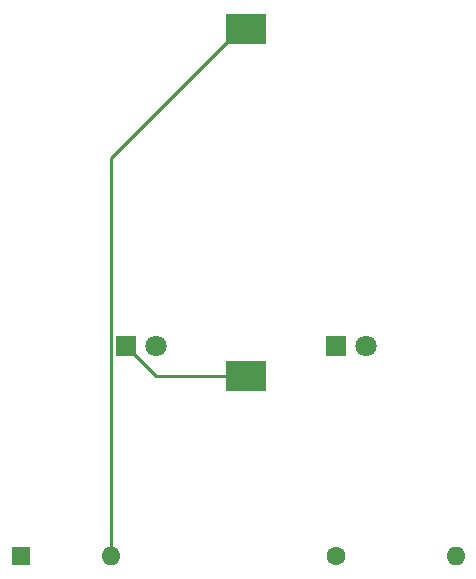
<source format=gbr>
%TF.GenerationSoftware,KiCad,Pcbnew,7.0.7*%
%TF.CreationDate,2023-09-10T14:40:22-07:00*%
%TF.ProjectId,cat-project,6361742d-7072-46f6-9a65-63742e6b6963,rev?*%
%TF.SameCoordinates,Original*%
%TF.FileFunction,Copper,L2,Bot*%
%TF.FilePolarity,Positive*%
%FSLAX46Y46*%
G04 Gerber Fmt 4.6, Leading zero omitted, Abs format (unit mm)*
G04 Created by KiCad (PCBNEW 7.0.7) date 2023-09-10 14:40:22*
%MOMM*%
%LPD*%
G01*
G04 APERTURE LIST*
%TA.AperFunction,ComponentPad*%
%ADD10C,1.600000*%
%TD*%
%TA.AperFunction,ComponentPad*%
%ADD11O,1.600000X1.600000*%
%TD*%
%TA.AperFunction,ComponentPad*%
%ADD12R,1.800000X1.800000*%
%TD*%
%TA.AperFunction,ComponentPad*%
%ADD13C,1.800000*%
%TD*%
%TA.AperFunction,ComponentPad*%
%ADD14R,1.600000X1.600000*%
%TD*%
%TA.AperFunction,SMDPad,CuDef*%
%ADD15R,3.510000X2.540000*%
%TD*%
%TA.AperFunction,Conductor*%
%ADD16C,0.250000*%
%TD*%
G04 APERTURE END LIST*
D10*
%TO.P,R1,1*%
%TO.N,Net-(SW1-A)*%
X195580000Y-83820000D03*
D11*
%TO.P,R1,2*%
%TO.N,Net-(D1-A)*%
X205740000Y-83820000D03*
%TD*%
D12*
%TO.P,D1,1,K*%
%TO.N,Net-(D1-K)*%
X195580000Y-66040000D03*
D13*
%TO.P,D1,2,A*%
%TO.N,Net-(D1-A)*%
X198120000Y-66040000D03*
%TD*%
D11*
%TO.P,SW1,2,B*%
%TO.N,Net-(BT1-+)*%
X176540000Y-83820000D03*
D14*
%TO.P,SW1,1,A*%
%TO.N,Net-(SW1-A)*%
X168920000Y-83820000D03*
%TD*%
D12*
%TO.P,D2,1,K*%
%TO.N,Net-(BT1--)*%
X177800000Y-66040000D03*
D13*
%TO.P,D2,2,A*%
%TO.N,Net-(D1-K)*%
X180340000Y-66040000D03*
%TD*%
D15*
%TO.P,BT1,1,+*%
%TO.N,Net-(BT1-+)*%
X187960000Y-39220000D03*
%TO.P,BT1,2,-*%
%TO.N,Net-(BT1--)*%
X187960000Y-68580000D03*
%TD*%
D16*
%TO.N,Net-(BT1--)*%
X187960000Y-68580000D02*
X180340000Y-68580000D01*
X180340000Y-68580000D02*
X177800000Y-66040000D01*
%TO.N,Net-(BT1-+)*%
X187960000Y-39220000D02*
X187475000Y-39220000D01*
X187475000Y-39220000D02*
X176540000Y-50155000D01*
X176540000Y-50155000D02*
X176540000Y-83820000D01*
%TD*%
M02*

</source>
